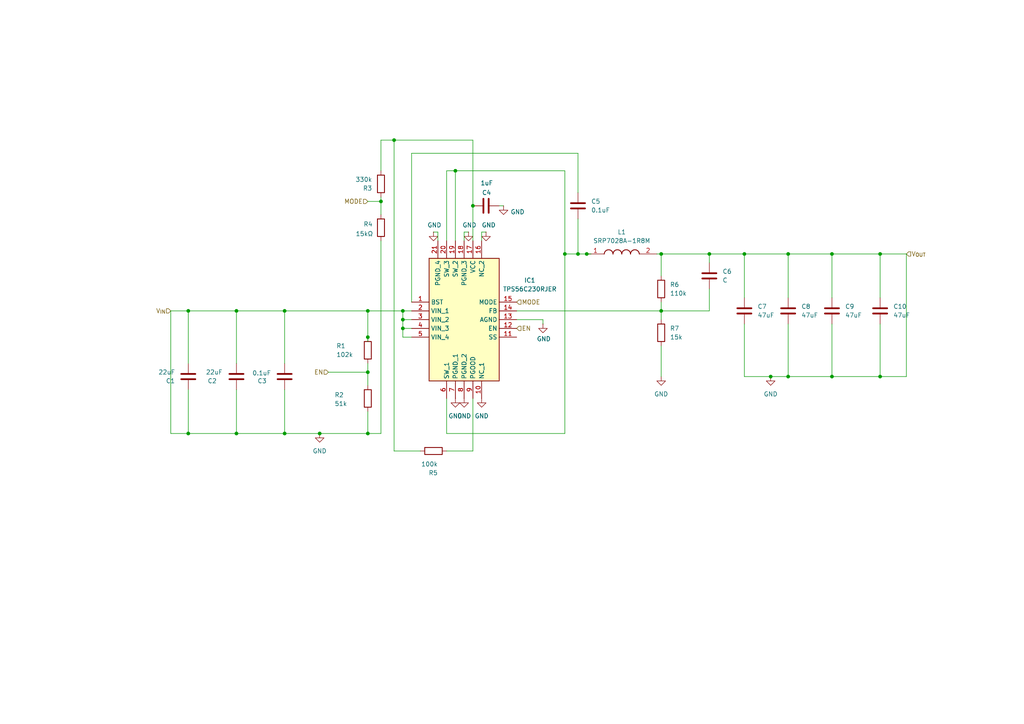
<source format=kicad_sch>
(kicad_sch (version 20240101) (generator "eeschema") (generator_version "8.99")
  (paper "A4")
  (lib_symbols
    (symbol "Device:C" (pin_numbers hide) (pin_names (offset 0.254))
      (property "Reference" "C" (at 0.635 2.54 0))
      (property "Value" "C" (at 0.635 -2.54 0))
      (symbol "C_0_1"
        (polyline (pts (xy -2.032 -0.762) (xy 2.032 -0.762)) (stroke (width 0.508)))
        (polyline (pts (xy -2.032 0.762) (xy 2.032 0.762)) (stroke (width 0.508)))
      )
      (symbol "C_1_1"
        (pin passive line (at 0 3.81 270) (length 2.794) (name "~") (number "1"))
        (pin passive line (at 0 -3.81 90) (length 2.794) (name "~") (number "2"))
      )
    )
    (symbol "Device:R" (pin_numbers hide) (pin_names (offset 0))
      (property "Reference" "R" (at 2.032 0 90))
      (property "Value" "R" (at 0 0 90))
      (symbol "R_0_1"
        (rectangle (start -1.016 -2.54) (end 1.016 2.54) (stroke (width 0.254)))
      )
      (symbol "R_1_1"
        (pin passive line (at 0 3.81 270) (length 1.27) (name "~") (number "1"))
        (pin passive line (at 0 -3.81 90) (length 1.27) (name "~") (number "2"))
      )
    )
    (symbol "SRP7028A-1R8M:SRP7028A-1R8M" (pin_names hide)
      (property "Reference" "L" (at 16.51 6.35 0))
      (property "Value" "SRP7028A-1R8M" (at 16.51 3.81 0))
      (symbol "SRP7028A-1R8M_1_1"
        (arc (start 7.62 0) (mid 6.35 1.219) (end 5.08 0) (stroke (width 0.254)))
        (arc (start 10.16 0) (mid 8.89 1.219) (end 7.62 0) (stroke (width 0.254)))
        (arc (start 12.7 0) (mid 11.43 1.219) (end 10.16 0) (stroke (width 0.254)))
        (arc (start 15.24 0) (mid 13.97 1.219) (end 12.7 0) (stroke (width 0.254)))
        (pin passive line (at 0 0 0) (length 5.08) (name "1") (number "1"))
        (pin passive line (at 20.32 0 180) (length 5.08) (name "2") (number "2"))
      )
    )
    (symbol "TPS56C230RJER:TPS56C230RJER"
      (property "Reference" "IC" (at 26.67 17.78 0))
      (property "Value" "TPS56C230RJER" (at 26.67 15.24 0))
      (symbol "TPS56C230RJER_1_1"
        (rectangle (start 5.08 12.7) (end 25.4 -22.86) (stroke (width 0.254)) (fill (type background)))
        (pin passive line (at 0 0 0) (length 5.08) (name "BST") (number "1"))
        (pin passive line (at 20.32 -27.94 90) (length 5.08) (name "NC_1") (number "10"))
        (pin passive line (at 30.48 -10.16 180) (length 5.08) (name "SS") (number "11"))
        (pin passive line (at 30.48 -7.62 180) (length 5.08) (name "EN") (number "12"))
        (pin passive line (at 30.48 -5.08 180) (length 5.08) (name "AGND") (number "13"))
        (pin passive line (at 30.48 -2.54 180) (length 5.08) (name "FB") (number "14"))
        (pin passive line (at 30.48 0 180) (length 5.08) (name "MODE") (number "15"))
        (pin passive line (at 20.32 17.78 270) (length 5.08) (name "NC_2") (number "16"))
        (pin passive line (at 17.78 17.78 270) (length 5.08) (name "VCC") (number "17"))
        (pin passive line (at 15.24 17.78 270) (length 5.08) (name "PGND_3") (number "18"))
        (pin passive line (at 12.7 17.78 270) (length 5.08) (name "SW_2") (number "19"))
        (pin passive line (at 0 -2.54 0) (length 5.08) (name "VIN_1") (number "2"))
        (pin passive line (at 10.16 17.78 270) (length 5.08) (name "SW_3") (number "20"))
        (pin passive line (at 7.62 17.78 270) (length 5.08) (name "PGND_4") (number "21"))
        (pin passive line (at 0 -5.08 0) (length 5.08) (name "VIN_2") (number "3"))
        (pin passive line (at 0 -7.62 0) (length 5.08) (name "VIN_3") (number "4"))
        (pin passive line (at 0 -10.16 0) (length 5.08) (name "VIN_4") (number "5"))
        (pin passive line (at 10.16 -27.94 90) (length 5.08) (name "SW_1") (number "6"))
        (pin passive line (at 12.7 -27.94 90) (length 5.08) (name "PGND_1") (number "7"))
        (pin passive line (at 15.24 -27.94 90) (length 5.08) (name "PGND_2") (number "8"))
        (pin passive line (at 17.78 -27.94 90) (length 5.08) (name "PGOOD") (number "9"))
      )
    )
    (symbol "power:GND" (power) (pin_numbers hide) (pin_names (offset 0) hide)
      (property "Value" "GND" (at 0 -3.81 0))
      (symbol "GND_0_1"
        (polyline (pts (xy 0 0) (xy 0 -1.27) (xy 1.27 -1.27) (xy 0 -2.54) (xy -1.27 -1.27) (xy 0 -1.27)))
      )
      (symbol "GND_1_1"
        (pin power_in line (at 0 0 270) (length 0) (name "~") (number "1"))
      )
    )
  )
  (junction (at 68.58 90.17))
  (junction (at 241.3 73.66))
  (junction (at 54.61 90.17))
  (junction (at 132.08 49.53))
  (junction (at 167.64 73.66))
  (junction (at 228.6 73.66))
  (junction (at 255.27 109.22))
  (junction (at 116.84 90.17))
  (junction (at 215.9 73.66))
  (junction (at 137.16 59.69))
  (junction (at 223.52 109.22))
  (junction (at 163.83 73.66))
  (junction (at 106.68 107.95))
  (junction (at 241.3 109.22))
  (junction (at 228.6 109.22))
  (junction (at 116.84 92.71))
  (junction (at 255.27 73.66))
  (junction (at 54.61 125.73))
  (junction (at 116.84 95.25))
  (junction (at 82.55 90.17))
  (junction (at 106.68 125.73))
  (junction (at 191.77 90.17))
  (junction (at 191.77 73.66))
  (junction (at 110.49 58.42))
  (junction (at 106.68 97.79))
  (junction (at 82.55 125.73))
  (junction (at 205.74 73.66))
  (junction (at 170.18 73.66))
  (junction (at 68.58 125.73))
  (junction (at 106.68 90.17))
  (junction (at 92.71 125.73))
  (junction (at 114.3 40.64))
  (wire (pts (xy 223.52 109.22) (xy 228.6 109.22)))
  (wire (pts (xy 262.89 109.22) (xy 255.27 109.22)))
  (wire (pts (xy 54.61 90.17) (xy 68.58 90.17)))
  (wire (pts (xy 114.3 40.64) (xy 110.49 40.64)))
  (wire (pts (xy 134.62 67.31) (xy 134.62 69.85)))
  (wire (pts (xy 167.64 73.66) (xy 170.18 73.66)))
  (wire (pts (xy 110.49 49.53) (xy 110.49 40.64)))
  (wire (pts (xy 106.68 125.73) (xy 92.71 125.73)))
  (wire (pts (xy 241.3 73.66) (xy 255.27 73.66)))
  (wire (pts (xy 110.49 58.42) (xy 110.49 62.23)))
  (wire (pts (xy 149.86 90.17) (xy 191.77 90.17)))
  (wire (pts (xy 106.68 99.06) (xy 106.68 97.79)))
  (wire (pts (xy 116.84 95.25) (xy 119.38 95.25)))
  (wire (pts (xy 106.68 119.38) (xy 106.68 125.73)))
  (wire (pts (xy 116.84 92.71) (xy 116.84 95.25)))
  (wire (pts (xy 110.49 57.15) (xy 110.49 58.42)))
  (wire (pts (xy 54.61 125.73) (xy 54.61 113.03)))
  (wire (pts (xy 146.05 59.69) (xy 144.78 59.69)))
  (wire (pts (xy 106.68 97.79) (xy 106.68 90.17)))
  (wire (pts (xy 149.86 92.71) (xy 157.48 92.71)))
  (wire (pts (xy 215.9 73.66) (xy 215.9 86.36)))
  (wire (pts (xy 82.55 125.73) (xy 82.55 113.03)))
  (wire (pts (xy 167.64 44.45) (xy 167.64 55.88)))
  (wire (pts (xy 205.74 73.66) (xy 215.9 73.66)))
  (wire (pts (xy 241.3 73.66) (xy 241.3 86.36)))
  (wire (pts (xy 163.83 73.66) (xy 167.64 73.66)))
  (wire (pts (xy 68.58 90.17) (xy 82.55 90.17)))
  (wire (pts (xy 191.77 90.17) (xy 205.74 90.17)))
  (wire (pts (xy 106.68 105.41) (xy 106.68 107.95)))
  (wire (pts (xy 129.54 130.81) (xy 137.16 130.81)))
  (wire (pts (xy 255.27 73.66) (xy 255.27 86.36)))
  (wire (pts (xy 137.16 40.64) (xy 137.16 59.69)))
  (wire (pts (xy 116.84 92.71) (xy 119.38 92.71)))
  (wire (pts (xy 82.55 105.41) (xy 82.55 90.17)))
  (wire (pts (xy 82.55 90.17) (xy 106.68 90.17)))
  (wire (pts (xy 228.6 93.98) (xy 228.6 109.22)))
  (wire (pts (xy 163.83 49.53) (xy 163.83 73.66)))
  (wire (pts (xy 255.27 73.66) (xy 262.89 73.66)))
  (wire (pts (xy 191.77 73.66) (xy 191.77 80.01)))
  (wire (pts (xy 114.3 130.81) (xy 121.92 130.81)))
  (wire (pts (xy 190.5 73.66) (xy 191.77 73.66)))
  (wire (pts (xy 116.84 90.17) (xy 116.84 92.71)))
  (wire (pts (xy 68.58 105.41) (xy 68.58 90.17)))
  (wire (pts (xy 106.68 90.17) (xy 116.84 90.17)))
  (wire (pts (xy 228.6 73.66) (xy 241.3 73.66)))
  (wire (pts (xy 205.74 73.66) (xy 205.74 76.2)))
  (wire (pts (xy 170.18 73.66) (xy 171.45 73.66)))
  (wire (pts (xy 132.08 49.53) (xy 132.08 69.85)))
  (wire (pts (xy 110.49 69.85) (xy 110.49 125.73)))
  (wire (pts (xy 125.73 67.31) (xy 127 67.31)))
  (wire (pts (xy 119.38 44.45) (xy 167.64 44.45)))
  (wire (pts (xy 119.38 44.45) (xy 119.38 87.63)))
  (wire (pts (xy 205.74 83.82) (xy 205.74 90.17)))
  (wire (pts (xy 116.84 97.79) (xy 119.38 97.79)))
  (wire (pts (xy 215.9 109.22) (xy 223.52 109.22)))
  (wire (pts (xy 255.27 109.22) (xy 255.27 93.98)))
  (wire (pts (xy 106.68 58.42) (xy 110.49 58.42)))
  (wire (pts (xy 241.3 93.98) (xy 241.3 109.22)))
  (wire (pts (xy 139.7 67.31) (xy 139.7 69.85)))
  (wire (pts (xy 262.89 73.66) (xy 262.89 109.22)))
  (wire (pts (xy 129.54 115.57) (xy 129.54 125.73)))
  (wire (pts (xy 49.53 90.17) (xy 54.61 90.17)))
  (wire (pts (xy 95.25 107.95) (xy 106.68 107.95)))
  (wire (pts (xy 114.3 40.64) (xy 137.16 40.64)))
  (wire (pts (xy 49.53 125.73) (xy 54.61 125.73)))
  (wire (pts (xy 68.58 125.73) (xy 82.55 125.73)))
  (wire (pts (xy 116.84 95.25) (xy 116.84 97.79)))
  (wire (pts (xy 68.58 125.73) (xy 68.58 113.03)))
  (wire (pts (xy 167.64 63.5) (xy 167.64 73.66)))
  (wire (pts (xy 49.53 90.17) (xy 49.53 125.73)))
  (wire (pts (xy 191.77 73.66) (xy 205.74 73.66)))
  (wire (pts (xy 191.77 90.17) (xy 191.77 87.63)))
  (wire (pts (xy 129.54 49.53) (xy 132.08 49.53)))
  (wire (pts (xy 106.68 107.95) (xy 106.68 111.76)))
  (wire (pts (xy 228.6 109.22) (xy 241.3 109.22)))
  (wire (pts (xy 68.58 125.73) (xy 54.61 125.73)))
  (wire (pts (xy 137.16 130.81) (xy 137.16 115.57)))
  (wire (pts (xy 215.9 73.66) (xy 228.6 73.66)))
  (wire (pts (xy 140.97 67.31) (xy 139.7 67.31)))
  (wire (pts (xy 241.3 109.22) (xy 255.27 109.22)))
  (wire (pts (xy 215.9 93.98) (xy 215.9 109.22)))
  (wire (pts (xy 191.77 90.17) (xy 191.77 92.71)))
  (wire (pts (xy 114.3 40.64) (xy 114.3 130.81)))
  (wire (pts (xy 135.89 67.31) (xy 134.62 67.31)))
  (wire (pts (xy 82.55 125.73) (xy 92.71 125.73)))
  (wire (pts (xy 127 67.31) (xy 127 69.85)))
  (wire (pts (xy 110.49 125.73) (xy 106.68 125.73)))
  (wire (pts (xy 129.54 125.73) (xy 163.83 125.73)))
  (wire (pts (xy 157.48 92.71) (xy 157.48 93.98)))
  (wire (pts (xy 116.84 90.17) (xy 119.38 90.17)))
  (wire (pts (xy 163.83 73.66) (xy 163.83 125.73)))
  (wire (pts (xy 191.77 100.33) (xy 191.77 109.22)))
  (wire (pts (xy 132.08 49.53) (xy 163.83 49.53)))
  (wire (pts (xy 137.16 59.69) (xy 137.16 69.85)))
  (wire (pts (xy 54.61 105.41) (xy 54.61 90.17)))
  (wire (pts (xy 129.54 69.85) (xy 129.54 49.53)))
  (wire (pts (xy 228.6 73.66) (xy 228.6 86.36)))
  (hierarchical_label "V_{IN}" (shape input) (at 49.53 90.17 180))
  (hierarchical_label "EN" (shape input) (at 149.86 95.25 0))
  (hierarchical_label "MODE" (shape input) (at 106.68 58.42 180))
  (hierarchical_label "V_{OUT}" (shape input) (at 262.89 73.66 0))
  (hierarchical_label "EN" (shape input) (at 95.25 107.95 180))
  (hierarchical_label "MODE" (shape input) (at 149.86 87.63 0))
  (symbol (lib_id "power:GND") (at 134.62 115.57 0) (unit 1)
    (property "Reference" "#PWR04" (effects (hide yes)))
    (property "Value" "GND" (at 134.62 120.65 0))
    (property "Description" "Power symbol creates a global label with name \"GND\" , ground" (effects (hide yes)))
  )
  (symbol (lib_id "power:GND") (at 191.77 109.22 0) (unit 1)
    (property "Reference" "#PWR010" (effects (hide yes)))
    (property "Value" "GND" (at 191.77 114.3 0))
    (property "Description" "Power symbol creates a global label with name \"GND\" , ground" (effects (hide yes)))
  )
  (symbol (lib_id "power:GND") (at 223.52 109.22 0) (unit 1)
    (property "Reference" "#PWR011" (effects (hide yes)))
    (property "Value" "GND" (at 223.52 114.3 0))
    (property "Description" "Power symbol creates a global label with name \"GND\" , ground" (effects (hide yes)))
  )
  (symbol (lib_id "Device:C") (at 140.97 59.69 90) (unit 1)
    (property "Reference" "C4" (at 142.494 55.8801 90) (effects (justify left)))
    (property "Value" "1uF" (at 143.002 53.086 90) (effects (justify left)))
    (property "Footprint" "Capacitor_SMD:C_0603_1608Metric" (effects (hide yes)))
    (property "Description" "Unpolarized capacitor" (effects (hide yes)))
  )
  (symbol (lib_id "Device:R") (at 191.77 96.52 0) (unit 1)
    (property "Reference" "R7" (at 194.31 95.2499 0) (effects (justify left)))
    (property "Value" "15k" (at 194.31 97.7899 0) (effects (justify left)))
    (property "Footprint" "Resistor_SMD:R_0603_1608Metric" (effects (hide yes)))
    (property "Description" "Resistor" (effects (hide yes)))
  )
  (symbol (lib_id "power:GND") (at 92.71 125.73 0) (unit 1)
    (property "Reference" "#PWR01" (effects (hide yes)))
    (property "Value" "GND" (at 92.71 130.81 0))
    (property "Description" "Power symbol creates a global label with name \"GND\" , ground" (effects (hide yes)))
  )
  (symbol (lib_id "Device:C") (at 82.55 109.22 180) (unit 1)
    (property "Reference" "C3" (at 74.676 110.49 0) (effects (justify right)))
    (property "Value" "0.1uF" (at 73.152 108.204 0) (effects (justify right)))
    (property "Footprint" "Capacitor_SMD:C_0603_1608Metric" (effects (hide yes)))
    (property "Description" "Unpolarized capacitor" (effects (hide yes)))
  )
  (symbol (lib_id "Device:R") (at 125.73 130.81 90) (unit 1)
    (property "Reference" "R5" (at 127 137.16 90) (effects (justify left)))
    (property "Value" "100k" (at 127 134.62 90) (effects (justify left)))
    (property "Footprint" "Resistor_SMD:R_0603_1608Metric" (effects (hide yes)))
    (property "Description" "Resistor" (effects (hide yes)))
  )
  (symbol (lib_id "power:GND") (at 157.48 93.98 0) (unit 1)
    (property "Reference" "#PWR09" (effects (hide yes)))
    (property "Value" "GND" (at 159.766 98.298 0) (effects (justify right)))
    (property "Description" "Power symbol creates a global label with name \"GND\" , ground" (effects (hide yes)))
  )
  (symbol (lib_id "power:GND") (at 140.97 67.31 0) (unit 1)
    (property "Reference" "#PWR07" (effects (hide yes)))
    (property "Value" "GND" (at 139.7 65.278 0) (effects (justify left)))
    (property "Description" "Power symbol creates a global label with name \"GND\" , ground" (effects (hide yes)))
  )
  (symbol (lib_id "Device:R") (at 191.77 83.82 0) (unit 1)
    (property "Reference" "R6" (at 194.31 82.5499 0) (effects (justify left)))
    (property "Value" "110k" (at 194.31 85.0899 0) (effects (justify left)))
    (property "Footprint" "Resistor_SMD:R_0603_1608Metric" (effects (hide yes)))
    (property "Description" "Resistor" (effects (hide yes)))
  )
  (symbol (lib_id "Device:C") (at 215.9 90.17 0) (unit 1)
    (property "Reference" "C7" (at 219.71 88.8999 0) (effects (justify left)))
    (property "Value" "47uF" (at 219.71 91.4399 0) (effects (justify left)))
    (property "Footprint" "Capacitor_SMD:C_0805_2012Metric" (effects (hide yes)))
    (property "Description" "Unpolarized capacitor" (effects (hide yes)))
  )
  (symbol (lib_id "Device:R") (at 106.68 115.57 0) (unit 1)
    (property "Reference" "R2" (at 97.028 114.554 0) (effects (justify left)))
    (property "Value" "51k" (at 97.028 117.094 0) (effects (justify left)))
    (property "Footprint" "Resistor_SMD:R_0603_1608Metric" (effects (hide yes)))
    (property "Description" "Resistor" (effects (hide yes)))
  )
  (symbol (lib_id "Device:C") (at 228.6 90.17 0) (unit 1)
    (property "Reference" "C8" (at 232.41 88.8999 0) (effects (justify left)))
    (property "Value" "47uF" (at 232.41 91.4399 0) (effects (justify left)))
    (property "Footprint" "Capacitor_SMD:C_0805_2012Metric" (effects (hide yes)))
    (property "Description" "Unpolarized capacitor" (effects (hide yes)))
  )
  (symbol (lib_id "Device:C") (at 241.3 90.17 0) (unit 1)
    (property "Reference" "C9" (at 245.11 88.8999 0) (effects (justify left)))
    (property "Value" "47uF" (at 245.11 91.4399 0) (effects (justify left)))
    (property "Footprint" "Capacitor_SMD:C_0805_2012Metric" (effects (hide yes)))
    (property "Description" "Unpolarized capacitor" (effects (hide yes)))
  )
  (symbol (lib_id "Device:R") (at 110.49 66.04 0) (unit 1)
    (property "Reference" "R4" (at 105.41 65.024 0) (effects (justify left)))
    (property "Value" "15kΩ" (at 103.124 67.818 0) (effects (justify left)))
    (property "Footprint" "Resistor_SMD:R_0603_1608Metric" (effects (hide yes)))
    (property "Description" "Resistor" (effects (hide yes)))
  )
  (symbol (lib_id "Device:R") (at 110.49 53.34 180) (unit 1)
    (property "Reference" "R3" (at 107.95 54.6101 0) (effects (justify left)))
    (property "Value" "330k" (at 107.95 52.0701 0) (effects (justify left)))
    (property "Footprint" "Resistor_SMD:R_0603_1608Metric" (effects (hide yes)))
    (property "Description" "Resistor" (effects (hide yes)))
  )
  (symbol (lib_id "Device:C") (at 54.61 109.22 180) (unit 1)
    (property "Reference" "C1" (at 50.8 110.4901 0) (effects (justify left)))
    (property "Value" "22uF" (at 50.8 107.9501 0) (effects (justify left)))
    (property "Footprint" "Capacitor_SMD:C_1206_3216Metric" (effects (hide yes)))
    (property "Description" "Unpolarized capacitor" (effects (hide yes)))
  )
  (symbol (lib_id "Device:C") (at 205.74 80.01 0) (unit 1)
    (property "Reference" "C6" (at 209.55 78.7399 0) (effects (justify left)))
    (property "Value" "C" (at 209.55 81.2799 0) (effects (justify left)))
    (property "Footprint" "Capacitor_SMD:C_0402_1005Metric" (effects (hide yes)))
    (property "Description" "Unpolarized capacitor" (effects (hide yes)))
  )
  (symbol (lib_id "Device:C") (at 68.58 109.22 180) (unit 1)
    (property "Reference" "C2" (at 60.198 110.49 0) (effects (justify right)))
    (property "Value" "22uF" (at 59.69 107.95 0) (effects (justify right)))
    (property "Footprint" "Capacitor_SMD:C_1206_3216Metric" (effects (hide yes)))
    (property "Description" "Unpolarized capacitor" (effects (hide yes)))
  )
  (symbol (lib_id "Device:C") (at 167.64 59.69 0) (unit 1)
    (property "Reference" "C5" (at 171.45 58.4199 0) (effects (justify left)))
    (property "Value" "0.1uF" (at 171.45 60.9599 0) (effects (justify left)))
    (property "Footprint" "Capacitor_SMD:C_0603_1608Metric" (effects (hide yes)))
    (property "Description" "Unpolarized capacitor" (effects (hide yes)))
  )
  (symbol (lib_id "power:GND") (at 135.89 67.31 0) (unit 1)
    (property "Reference" "#PWR05" (effects (hide yes)))
    (property "Value" "GND" (at 134.112 65.278 0) (effects (justify left)))
    (property "Description" "Power symbol creates a global label with name \"GND\" , ground" (effects (hide yes)))
  )
  (symbol (lib_id "power:GND") (at 125.73 67.31 0) (unit 1)
    (property "Reference" "#PWR02" (effects (hide yes)))
    (property "Value" "GND" (at 123.952 65.278 0) (effects (justify left)))
    (property "Description" "Power symbol creates a global label with name \"GND\" , ground" (effects (hide yes)))
  )
  (symbol (lib_id "SRP7028A-1R8M:SRP7028A-1R8M") (at 170.18 73.66 0) (unit 1)
    (property "Reference" "L1" (at 180.34 67.31 0))
    (property "Value" "SRP7028A-1R8M" (at 180.34 69.85 0))
    (property "Footprint" "INDPM7366X300N" (effects (hide yes)))
    (property "Datasheet" "http://www.farnell.com/datasheets/2361968.pdf" (effects (hide yes)))
    (property "Description" "Bourns SRP7028A Series Shielded Wire-wound SMD Inductor with a Carbonyl Powder Core, 1.8 uH +/-20% 8.5A Idc" (effects (hide yes)))
    (property "Height" "3" (effects (hide yes)))
    (property "Manufacturer_Name" "Bourns" (effects (hide yes)))
    (property "Manufacturer_Part_Number" "SRP7028A-1R8M" (effects (hide yes)))
    (property "Mouser Part Number" "652-SRP7028A-1R8M" (effects (hide yes)))
    (property "Mouser Price/Stock" "https://www.mouser.co.uk/ProductDetail/Bourns/SRP7028A-1R8M?qs=7z%252BmIopC6%2FJ3f%2FcMDr%252Bn6A%3D%3D" (effects (hide yes)))
    (property "Arrow Part Number" "SRP7028A-1R8M" (effects (hide yes)))
    (property "Arrow Price/Stock" "https://www.arrow.com/en/products/srp7028a-1r8m/bourns?region=nac" (effects (hide yes)))
  )
  (symbol (lib_id "Device:C") (at 255.27 90.17 0) (unit 1)
    (property "Reference" "C10" (at 259.08 88.8999 0) (effects (justify left)))
    (property "Value" "47uF" (at 259.08 91.4399 0) (effects (justify left)))
    (property "Footprint" "Capacitor_SMD:C_0805_2012Metric" (effects (hide yes)))
    (property "Description" "Unpolarized capacitor" (effects (hide yes)))
  )
  (symbol (lib_id "power:GND") (at 132.08 115.57 0) (unit 1)
    (property "Reference" "#PWR03" (effects (hide yes)))
    (property "Value" "GND" (at 132.08 120.65 0))
    (property "Description" "Power symbol creates a global label with name \"GND\" , ground" (effects (hide yes)))
  )
  (symbol (lib_id "power:GND") (at 139.7 115.57 0) (unit 1)
    (property "Reference" "#PWR06" (effects (hide yes)))
    (property "Value" "GND" (at 139.7 120.65 0))
    (property "Description" "Power symbol creates a global label with name \"GND\" , ground" (effects (hide yes)))
  )
  (symbol (lib_id "power:GND") (at 146.05 59.69 0) (unit 1)
    (property "Reference" "#PWR08" (effects (hide yes)))
    (property "Value" "GND" (at 150.114 61.468 0))
    (property "Description" "Power symbol creates a global label with name \"GND\" , ground" (effects (hide yes)))
  )
  (symbol (lib_id "TPS56C230RJER:TPS56C230RJER") (at 119.38 87.63 0) (unit 1)
    (property "Reference" "IC1" (at 153.67 81.3114 0))
    (property "Value" "TPS56C230RJER" (at 153.67 83.8514 0))
    (property "Footprint" "QFN45P300X300X100-21N-D" (effects (hide yes)))
    (property "Datasheet" "https://www.ti.com/lit/gpn/TPS56C230" (effects (hide yes)))
    (property "Description" "Switching Voltage Regulators 4.5-V to 18-V, 12-A synchronous buck converter 20-VQFN-HR -40 to 125" (effects (hide yes)))
    (property "Height" "1" (effects (hide yes)))
    (property "Manufacturer_Name" "Texas Instruments" (effects (hide yes)))
    (property "Manufacturer_Part_Number" "TPS56C230RJER" (effects (hide yes)))
    (property "Mouser Part Number" "595-TPS56C230RJER" (effects (hide yes)))
    (property "Mouser Price/Stock" "https://www.mouser.co.uk/ProductDetail/Texas-Instruments/TPS56C230RJER?qs=B6kkDfuK7%2FDZws9l9ZFrjw%3D%3D" (effects (hide yes)))
    (property "Arrow Part Number" "TPS56C230RJER" (effects (hide yes)))
    (property "Arrow Price/Stock" "https://www.arrow.com/en/products/tps56c230rjer/texas-instruments?region=nac" (effects (hide yes)))
  )
  (symbol (lib_id "Device:R") (at 106.68 101.6 0) (unit 1)
    (property "Reference" "R1" (at 97.536 100.33 0) (effects (justify left)))
    (property "Value" "102k" (at 97.536 102.87 0) (effects (justify left)))
    (property "Footprint" "Resistor_SMD:R_0603_1608Metric" (effects (hide yes)))
    (property "Description" "Resistor" (effects (hide yes)))
  )
)
</source>
